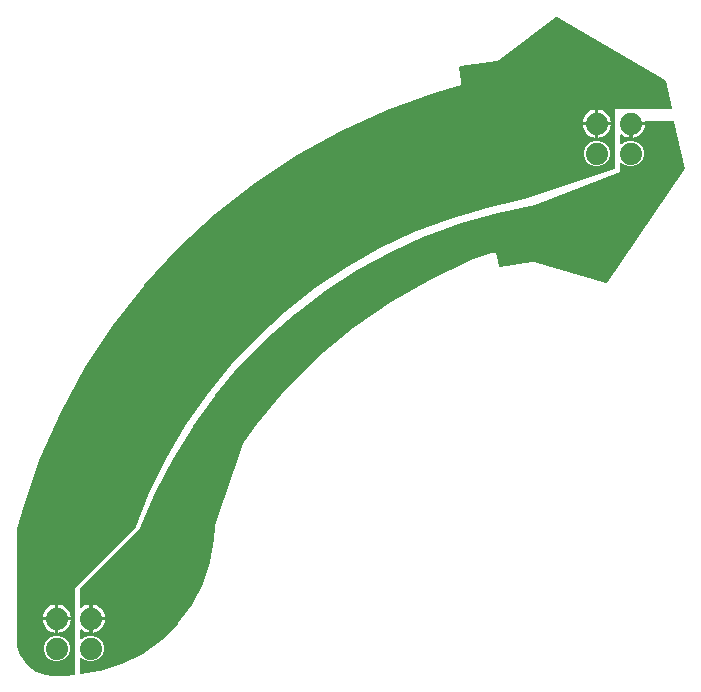
<source format=gbl>
G04 EAGLE Gerber X2 export*
G75*
%MOMM*%
%FSLAX34Y34*%
%LPD*%
%AMOC8*
5,1,8,0,0,1.08239X$1,22.5*%
G01*
%ADD10C,1.879600*%

G36*
X43185Y2543D02*
X43185Y2543D01*
X43203Y2541D01*
X50830Y2839D01*
X50835Y2840D01*
X50839Y2840D01*
X50955Y2865D01*
X51071Y2888D01*
X51075Y2891D01*
X51080Y2892D01*
X51182Y2953D01*
X51283Y3012D01*
X51287Y3015D01*
X51291Y3018D01*
X51368Y3108D01*
X51446Y3197D01*
X51448Y3201D01*
X51451Y3205D01*
X51495Y3315D01*
X51541Y3423D01*
X51541Y3428D01*
X51543Y3433D01*
X51561Y3600D01*
X51561Y75885D01*
X102138Y126462D01*
X102179Y126518D01*
X102227Y126568D01*
X102263Y126635D01*
X102282Y126661D01*
X102288Y126682D01*
X102306Y126716D01*
X114364Y156701D01*
X128616Y185675D01*
X144994Y213503D01*
X163405Y240030D01*
X183748Y265106D01*
X205907Y288592D01*
X229760Y310357D01*
X255172Y330278D01*
X282002Y348244D01*
X310099Y364156D01*
X339307Y377922D01*
X369463Y389468D01*
X400396Y398728D01*
X431963Y405656D01*
X431989Y405667D01*
X432041Y405678D01*
X508241Y431078D01*
X508259Y431088D01*
X508280Y431092D01*
X508368Y431145D01*
X508458Y431192D01*
X508473Y431207D01*
X508491Y431218D01*
X508558Y431296D01*
X508628Y431370D01*
X508637Y431389D01*
X508651Y431405D01*
X508689Y431500D01*
X508733Y431593D01*
X508735Y431614D01*
X508743Y431633D01*
X508761Y431800D01*
X508761Y481839D01*
X556252Y481839D01*
X556351Y481855D01*
X556450Y481865D01*
X556472Y481875D01*
X556495Y481879D01*
X556583Y481925D01*
X556674Y481966D01*
X556691Y481982D01*
X556713Y481994D01*
X556781Y482066D01*
X556854Y482134D01*
X556865Y482155D01*
X556882Y482172D01*
X556924Y482262D01*
X556971Y482350D01*
X556975Y482373D01*
X556986Y482395D01*
X556997Y482494D01*
X557014Y482592D01*
X557011Y482622D01*
X557013Y482639D01*
X557006Y482672D01*
X556997Y482759D01*
X552047Y505954D01*
X552009Y506053D01*
X551974Y506154D01*
X551964Y506167D01*
X551958Y506183D01*
X551890Y506265D01*
X551825Y506349D01*
X551808Y506362D01*
X551800Y506371D01*
X551774Y506387D01*
X551690Y506450D01*
X460342Y560472D01*
X460234Y560514D01*
X460126Y560559D01*
X460119Y560559D01*
X460113Y560562D01*
X459998Y560567D01*
X459881Y560575D01*
X459874Y560573D01*
X459867Y560573D01*
X459756Y560541D01*
X459643Y560512D01*
X459636Y560507D01*
X459631Y560506D01*
X459614Y560494D01*
X459499Y560427D01*
X410848Y524035D01*
X410830Y524015D01*
X410807Y524001D01*
X410693Y523879D01*
X410353Y523421D01*
X410138Y523389D01*
X410039Y523357D01*
X409938Y523331D01*
X409918Y523319D01*
X409904Y523314D01*
X409878Y523295D01*
X409793Y523246D01*
X409619Y523115D01*
X409055Y523196D01*
X409029Y523196D01*
X409003Y523202D01*
X408835Y523196D01*
X378067Y518638D01*
X377956Y518602D01*
X377845Y518569D01*
X377839Y518565D01*
X377832Y518563D01*
X377739Y518494D01*
X377644Y518427D01*
X377640Y518421D01*
X377634Y518417D01*
X377567Y518322D01*
X377499Y518228D01*
X377497Y518222D01*
X377493Y518216D01*
X377460Y518104D01*
X377425Y517994D01*
X377425Y517985D01*
X377423Y517980D01*
X377424Y517960D01*
X377419Y517826D01*
X378430Y504693D01*
X378436Y504666D01*
X378454Y504553D01*
X378647Y503836D01*
X378631Y503807D01*
X378623Y503788D01*
X378611Y503771D01*
X378585Y503688D01*
X378566Y503648D01*
X378565Y503632D01*
X378544Y503577D01*
X378543Y503556D01*
X378537Y503536D01*
X378531Y503369D01*
X378534Y503336D01*
X378050Y502771D01*
X378036Y502747D01*
X377968Y502655D01*
X377598Y502011D01*
X377566Y502002D01*
X377547Y501994D01*
X377527Y501991D01*
X377435Y501943D01*
X377342Y501901D01*
X377327Y501887D01*
X377308Y501877D01*
X377186Y501763D01*
X377164Y501737D01*
X376453Y501683D01*
X376437Y501679D01*
X376299Y501655D01*
X356104Y495768D01*
X356089Y495761D01*
X356061Y495754D01*
X315938Y481379D01*
X315919Y481368D01*
X315882Y481356D01*
X277046Y463799D01*
X277028Y463786D01*
X276991Y463771D01*
X239695Y443146D01*
X239677Y443132D01*
X239642Y443114D01*
X204126Y419555D01*
X204110Y419539D01*
X204077Y419519D01*
X170571Y393178D01*
X170556Y393161D01*
X170525Y393138D01*
X139248Y364186D01*
X139234Y364169D01*
X139205Y364143D01*
X110359Y332769D01*
X110346Y332750D01*
X110319Y332722D01*
X84091Y299128D01*
X84081Y299109D01*
X84067Y299095D01*
X84065Y299090D01*
X84055Y299078D01*
X60616Y263483D01*
X60607Y263462D01*
X60584Y263430D01*
X40085Y226064D01*
X40078Y226043D01*
X40058Y226009D01*
X22632Y187115D01*
X22626Y187093D01*
X22609Y187058D01*
X8369Y146888D01*
X8366Y146871D01*
X8355Y146844D01*
X2570Y126747D01*
X2568Y126725D01*
X2559Y126703D01*
X2541Y126537D01*
X2541Y32248D01*
X2544Y32227D01*
X2543Y32189D01*
X2899Y27661D01*
X2901Y27655D01*
X2900Y27649D01*
X2934Y27485D01*
X5733Y18872D01*
X5749Y18840D01*
X5758Y18805D01*
X5841Y18660D01*
X11164Y11333D01*
X11190Y11308D01*
X11209Y11277D01*
X11333Y11164D01*
X18660Y5841D01*
X18691Y5825D01*
X18719Y5802D01*
X18872Y5733D01*
X27485Y2934D01*
X27491Y2933D01*
X27496Y2931D01*
X27660Y2899D01*
X32189Y2543D01*
X32211Y2545D01*
X32248Y2541D01*
X43174Y2541D01*
X43185Y2543D01*
G37*
G36*
X57216Y3582D02*
X57216Y3582D01*
X57268Y3585D01*
X72582Y5995D01*
X72614Y6005D01*
X72698Y6022D01*
X91433Y12069D01*
X91462Y12084D01*
X91542Y12114D01*
X109110Y20999D01*
X109136Y21019D01*
X109211Y21061D01*
X125183Y32569D01*
X125207Y32592D01*
X125274Y32646D01*
X139263Y46497D01*
X139283Y46524D01*
X139341Y46587D01*
X151007Y62444D01*
X151022Y62474D01*
X151069Y62545D01*
X160128Y80024D01*
X160138Y80055D01*
X160174Y80133D01*
X166406Y98807D01*
X166411Y98840D01*
X166434Y98922D01*
X169687Y118338D01*
X169687Y118368D01*
X169697Y118427D01*
X170143Y127544D01*
X170131Y127651D01*
X170124Y127757D01*
X170117Y127776D01*
X170115Y127789D01*
X170102Y127817D01*
X170067Y127915D01*
X169975Y128105D01*
X170143Y128592D01*
X170150Y128630D01*
X170165Y128666D01*
X170185Y128833D01*
X170190Y129348D01*
X170386Y129540D01*
X170440Y129614D01*
X170501Y129683D01*
X170518Y129720D01*
X170531Y129738D01*
X170541Y129769D01*
X170573Y129835D01*
X194170Y198145D01*
X194189Y198250D01*
X194211Y198356D01*
X194210Y198375D01*
X194212Y198387D01*
X194208Y198417D01*
X194201Y198524D01*
X194167Y198721D01*
X194504Y199201D01*
X194514Y199222D01*
X194529Y199239D01*
X194601Y199390D01*
X194792Y199944D01*
X194973Y200032D01*
X195061Y200094D01*
X195151Y200153D01*
X195164Y200167D01*
X195174Y200174D01*
X195191Y200198D01*
X195262Y200279D01*
X205852Y215327D01*
X230670Y244765D01*
X257960Y271928D01*
X287513Y296609D01*
X319105Y318621D01*
X352496Y337796D01*
X387430Y353987D01*
X404514Y360160D01*
X404545Y360177D01*
X404578Y360187D01*
X404651Y360237D01*
X404729Y360280D01*
X404752Y360306D01*
X404781Y360325D01*
X404864Y360424D01*
X405660Y360583D01*
X405690Y360595D01*
X405769Y360613D01*
X406533Y360890D01*
X406559Y360875D01*
X406646Y360859D01*
X406732Y360835D01*
X406766Y360836D01*
X406801Y360830D01*
X406929Y360841D01*
X407604Y360391D01*
X407634Y360377D01*
X407703Y360335D01*
X408439Y359990D01*
X408446Y359962D01*
X408497Y359889D01*
X408540Y359811D01*
X408566Y359788D01*
X408585Y359759D01*
X408684Y359676D01*
X408843Y358880D01*
X408855Y358849D01*
X408874Y358771D01*
X409150Y358007D01*
X409135Y357981D01*
X409119Y357894D01*
X409095Y357808D01*
X409096Y357774D01*
X409090Y357739D01*
X409105Y357572D01*
X410804Y349073D01*
X410807Y349066D01*
X410807Y349059D01*
X410850Y348952D01*
X410891Y348843D01*
X410896Y348837D01*
X410899Y348830D01*
X410973Y348742D01*
X411046Y348653D01*
X411053Y348649D01*
X411058Y348643D01*
X411157Y348583D01*
X411255Y348521D01*
X411262Y348520D01*
X411268Y348516D01*
X411381Y348491D01*
X411494Y348464D01*
X411501Y348464D01*
X411509Y348463D01*
X411676Y348472D01*
X438462Y352936D01*
X438501Y352949D01*
X438542Y352954D01*
X438689Y353013D01*
X438695Y353015D01*
X438696Y353016D01*
X438698Y353017D01*
X439142Y353256D01*
X439415Y353174D01*
X439504Y353162D01*
X439592Y353143D01*
X439635Y353146D01*
X439659Y353142D01*
X439690Y353149D01*
X439759Y353152D01*
X440040Y353199D01*
X440451Y352906D01*
X440488Y352888D01*
X440520Y352862D01*
X440666Y352800D01*
X440672Y352797D01*
X440673Y352797D01*
X440675Y352796D01*
X501339Y334597D01*
X501365Y334593D01*
X501389Y334584D01*
X501487Y334578D01*
X501583Y334565D01*
X501609Y334570D01*
X501635Y334568D01*
X501729Y334594D01*
X501825Y334613D01*
X501847Y334626D01*
X501872Y334632D01*
X501954Y334687D01*
X502038Y334735D01*
X502055Y334754D01*
X502077Y334769D01*
X502186Y334896D01*
X567843Y430796D01*
X567886Y430888D01*
X567934Y430976D01*
X567938Y430998D01*
X567948Y431019D01*
X567959Y431119D01*
X567976Y431218D01*
X567973Y431246D01*
X567975Y431263D01*
X567969Y431295D01*
X567960Y431385D01*
X559436Y471329D01*
X559413Y471388D01*
X559399Y471450D01*
X559368Y471502D01*
X559346Y471558D01*
X559306Y471607D01*
X559273Y471661D01*
X559227Y471700D01*
X559189Y471747D01*
X559135Y471780D01*
X559086Y471821D01*
X559030Y471843D01*
X558979Y471875D01*
X558917Y471889D01*
X558858Y471913D01*
X558771Y471922D01*
X558739Y471930D01*
X558721Y471928D01*
X558692Y471931D01*
X535135Y471931D01*
X535057Y471918D01*
X534977Y471915D01*
X534936Y471899D01*
X534892Y471892D01*
X534822Y471854D01*
X534748Y471825D01*
X534714Y471797D01*
X534675Y471776D01*
X534620Y471719D01*
X534559Y471668D01*
X534536Y471630D01*
X534506Y471598D01*
X534472Y471526D01*
X534431Y471458D01*
X534422Y471423D01*
X523240Y471423D01*
X523220Y471420D01*
X523201Y471422D01*
X523099Y471400D01*
X522997Y471383D01*
X522980Y471374D01*
X522960Y471370D01*
X522871Y471317D01*
X522780Y471268D01*
X522766Y471254D01*
X522749Y471244D01*
X522682Y471165D01*
X522611Y471090D01*
X522602Y471072D01*
X522589Y471057D01*
X522551Y470961D01*
X522507Y470867D01*
X522505Y470847D01*
X522497Y470829D01*
X522479Y470662D01*
X522479Y469899D01*
X521716Y469899D01*
X521696Y469896D01*
X521677Y469898D01*
X521575Y469876D01*
X521473Y469859D01*
X521456Y469850D01*
X521436Y469846D01*
X521347Y469793D01*
X521256Y469744D01*
X521242Y469730D01*
X521225Y469720D01*
X521158Y469641D01*
X521087Y469566D01*
X521078Y469548D01*
X521065Y469533D01*
X521026Y469437D01*
X520983Y469343D01*
X520981Y469323D01*
X520973Y469305D01*
X520955Y469138D01*
X520955Y458054D01*
X519682Y458255D01*
X517895Y458836D01*
X516221Y459689D01*
X514797Y460723D01*
X514787Y460729D01*
X514778Y460737D01*
X514677Y460784D01*
X514578Y460834D01*
X514566Y460835D01*
X514555Y460840D01*
X514444Y460853D01*
X514334Y460868D01*
X514322Y460866D01*
X514311Y460868D01*
X514202Y460844D01*
X514092Y460824D01*
X514082Y460818D01*
X514070Y460815D01*
X513974Y460758D01*
X513877Y460704D01*
X513869Y460695D01*
X513859Y460689D01*
X513787Y460604D01*
X513712Y460522D01*
X513707Y460511D01*
X513699Y460502D01*
X513657Y460399D01*
X513613Y460297D01*
X513612Y460285D01*
X513607Y460274D01*
X513589Y460107D01*
X513589Y452896D01*
X513600Y452825D01*
X513602Y452753D01*
X513620Y452704D01*
X513629Y452653D01*
X513662Y452590D01*
X513687Y452522D01*
X513719Y452482D01*
X513744Y452436D01*
X513796Y452386D01*
X513840Y452330D01*
X513884Y452302D01*
X513922Y452266D01*
X513987Y452236D01*
X514047Y452197D01*
X514098Y452184D01*
X514145Y452163D01*
X514216Y452155D01*
X514286Y452137D01*
X514338Y452141D01*
X514389Y452135D01*
X514460Y452151D01*
X514531Y452156D01*
X514579Y452177D01*
X514630Y452188D01*
X514691Y452224D01*
X514757Y452253D01*
X514813Y452297D01*
X514841Y452314D01*
X514856Y452332D01*
X514888Y452357D01*
X516291Y453760D01*
X520305Y455423D01*
X524651Y455423D01*
X528665Y453760D01*
X531738Y450687D01*
X533401Y446673D01*
X533401Y442327D01*
X531738Y438313D01*
X528665Y435240D01*
X524651Y433577D01*
X520305Y433577D01*
X516291Y435240D01*
X514888Y436643D01*
X514830Y436684D01*
X514778Y436734D01*
X514731Y436756D01*
X514689Y436786D01*
X514620Y436807D01*
X514555Y436837D01*
X514503Y436843D01*
X514453Y436859D01*
X514382Y436857D01*
X514311Y436865D01*
X514260Y436854D01*
X514208Y436852D01*
X514140Y436828D01*
X514070Y436812D01*
X514026Y436786D01*
X513977Y436768D01*
X513921Y436723D01*
X513859Y436686D01*
X513825Y436647D01*
X513785Y436614D01*
X513746Y436554D01*
X513699Y436499D01*
X513680Y436451D01*
X513652Y436407D01*
X513634Y436338D01*
X513607Y436271D01*
X513599Y436200D01*
X513591Y436169D01*
X513593Y436145D01*
X513589Y436104D01*
X513589Y428512D01*
X441746Y400783D01*
X410185Y394415D01*
X410165Y394407D01*
X410129Y394401D01*
X379070Y385674D01*
X379051Y385665D01*
X379016Y385657D01*
X348695Y374633D01*
X348677Y374623D01*
X348642Y374612D01*
X319231Y361353D01*
X319213Y361341D01*
X319180Y361328D01*
X290841Y345908D01*
X290824Y345895D01*
X290792Y345879D01*
X263685Y328385D01*
X263669Y328370D01*
X263638Y328352D01*
X243685Y313249D01*
X237914Y308881D01*
X237899Y308866D01*
X237870Y308845D01*
X213673Y287506D01*
X213659Y287490D01*
X213631Y287467D01*
X191097Y264379D01*
X191084Y264362D01*
X191058Y264337D01*
X170312Y239630D01*
X170301Y239612D01*
X170277Y239585D01*
X151435Y213396D01*
X151426Y213377D01*
X151403Y213349D01*
X134571Y185826D01*
X134563Y185806D01*
X134543Y185776D01*
X119815Y157072D01*
X119808Y157052D01*
X119791Y157020D01*
X107306Y127433D01*
X56612Y76738D01*
X56559Y76664D01*
X56499Y76595D01*
X56487Y76565D01*
X56468Y76539D01*
X56441Y76452D01*
X56407Y76367D01*
X56403Y76326D01*
X56396Y76303D01*
X56397Y76271D01*
X56389Y76200D01*
X56389Y60593D01*
X56391Y60581D01*
X56389Y60569D01*
X56411Y60460D01*
X56429Y60350D01*
X56434Y60339D01*
X56436Y60328D01*
X56492Y60231D01*
X56544Y60133D01*
X56552Y60124D01*
X56558Y60114D01*
X56641Y60040D01*
X56722Y59963D01*
X56733Y59958D01*
X56742Y59950D01*
X56844Y59906D01*
X56945Y59860D01*
X56957Y59858D01*
X56968Y59854D01*
X57079Y59845D01*
X57189Y59832D01*
X57201Y59835D01*
X57213Y59834D01*
X57321Y59861D01*
X57430Y59885D01*
X57440Y59891D01*
X57452Y59894D01*
X57597Y59977D01*
X59021Y61011D01*
X60695Y61864D01*
X62482Y62445D01*
X63755Y62646D01*
X63755Y51562D01*
X63758Y51542D01*
X63756Y51523D01*
X63778Y51421D01*
X63795Y51319D01*
X63804Y51302D01*
X63808Y51282D01*
X63861Y51193D01*
X63910Y51102D01*
X63924Y51088D01*
X63934Y51071D01*
X64013Y51004D01*
X64088Y50933D01*
X64106Y50924D01*
X64121Y50911D01*
X64217Y50873D01*
X64311Y50829D01*
X64331Y50827D01*
X64349Y50819D01*
X64516Y50801D01*
X65279Y50801D01*
X65279Y50799D01*
X64516Y50799D01*
X64496Y50796D01*
X64477Y50798D01*
X64375Y50776D01*
X64273Y50759D01*
X64256Y50750D01*
X64236Y50746D01*
X64147Y50693D01*
X64056Y50644D01*
X64042Y50630D01*
X64025Y50620D01*
X63958Y50541D01*
X63887Y50466D01*
X63878Y50448D01*
X63865Y50433D01*
X63826Y50337D01*
X63783Y50243D01*
X63781Y50223D01*
X63773Y50205D01*
X63755Y50038D01*
X63755Y38954D01*
X62482Y39155D01*
X60695Y39736D01*
X59021Y40589D01*
X57597Y41623D01*
X57587Y41629D01*
X57578Y41637D01*
X57477Y41684D01*
X57378Y41734D01*
X57366Y41735D01*
X57355Y41740D01*
X57244Y41753D01*
X57134Y41768D01*
X57122Y41766D01*
X57111Y41768D01*
X57002Y41744D01*
X56892Y41724D01*
X56882Y41718D01*
X56870Y41715D01*
X56774Y41658D01*
X56677Y41604D01*
X56669Y41595D01*
X56659Y41589D01*
X56587Y41504D01*
X56512Y41422D01*
X56507Y41411D01*
X56499Y41402D01*
X56457Y41299D01*
X56413Y41197D01*
X56412Y41185D01*
X56407Y41174D01*
X56389Y41007D01*
X56389Y33796D01*
X56400Y33725D01*
X56402Y33653D01*
X56420Y33604D01*
X56429Y33553D01*
X56462Y33490D01*
X56487Y33422D01*
X56519Y33382D01*
X56544Y33336D01*
X56596Y33286D01*
X56640Y33230D01*
X56684Y33202D01*
X56722Y33166D01*
X56787Y33136D01*
X56847Y33097D01*
X56898Y33084D01*
X56945Y33063D01*
X57016Y33055D01*
X57086Y33037D01*
X57138Y33041D01*
X57189Y33035D01*
X57260Y33051D01*
X57331Y33056D01*
X57379Y33077D01*
X57430Y33088D01*
X57491Y33124D01*
X57557Y33153D01*
X57613Y33197D01*
X57641Y33214D01*
X57656Y33232D01*
X57688Y33257D01*
X59091Y34660D01*
X63105Y36323D01*
X67451Y36323D01*
X71465Y34660D01*
X74538Y31587D01*
X76201Y27573D01*
X76201Y23227D01*
X74538Y19213D01*
X71465Y16140D01*
X67451Y14477D01*
X63105Y14477D01*
X59091Y16140D01*
X57688Y17543D01*
X57630Y17584D01*
X57578Y17634D01*
X57531Y17656D01*
X57489Y17686D01*
X57420Y17707D01*
X57355Y17737D01*
X57303Y17743D01*
X57253Y17759D01*
X57182Y17757D01*
X57111Y17765D01*
X57060Y17754D01*
X57008Y17752D01*
X56940Y17728D01*
X56870Y17712D01*
X56826Y17686D01*
X56777Y17668D01*
X56721Y17623D01*
X56659Y17586D01*
X56625Y17547D01*
X56585Y17514D01*
X56546Y17454D01*
X56499Y17399D01*
X56480Y17351D01*
X56452Y17307D01*
X56434Y17238D01*
X56407Y17171D01*
X56399Y17100D01*
X56391Y17069D01*
X56393Y17045D01*
X56389Y17004D01*
X56389Y4337D01*
X56402Y4259D01*
X56405Y4180D01*
X56421Y4138D01*
X56429Y4094D01*
X56466Y4024D01*
X56494Y3950D01*
X56523Y3916D01*
X56544Y3877D01*
X56601Y3822D01*
X56652Y3761D01*
X56690Y3738D01*
X56722Y3707D01*
X56794Y3674D01*
X56861Y3632D01*
X56905Y3622D01*
X56945Y3604D01*
X57024Y3595D01*
X57101Y3577D01*
X57160Y3580D01*
X57189Y3576D01*
X57216Y3582D01*
G37*
%LPC*%
G36*
X491349Y433577D02*
X491349Y433577D01*
X487335Y435240D01*
X484262Y438313D01*
X482599Y442327D01*
X482599Y446673D01*
X484262Y450687D01*
X487335Y453760D01*
X491349Y455423D01*
X495695Y455423D01*
X499709Y453760D01*
X502782Y450687D01*
X504445Y446673D01*
X504445Y442327D01*
X502782Y438313D01*
X499709Y435240D01*
X495695Y433577D01*
X491349Y433577D01*
G37*
%LPD*%
%LPC*%
G36*
X34149Y14477D02*
X34149Y14477D01*
X30135Y16140D01*
X27062Y19213D01*
X25399Y23227D01*
X25399Y27573D01*
X27062Y31587D01*
X30135Y34660D01*
X34149Y36323D01*
X38495Y36323D01*
X42509Y34660D01*
X45582Y31587D01*
X47245Y27573D01*
X47245Y23227D01*
X45582Y19213D01*
X42509Y16140D01*
X38495Y14477D01*
X34149Y14477D01*
G37*
%LPD*%
%LPC*%
G36*
X66801Y52323D02*
X66801Y52323D01*
X66801Y62646D01*
X68074Y62445D01*
X69861Y61864D01*
X71535Y61011D01*
X73056Y59906D01*
X74384Y58578D01*
X75489Y57057D01*
X76342Y55383D01*
X76923Y53596D01*
X77124Y52323D01*
X66801Y52323D01*
G37*
%LPD*%
%LPC*%
G36*
X37845Y52323D02*
X37845Y52323D01*
X37845Y62646D01*
X39118Y62445D01*
X40905Y61864D01*
X42579Y61011D01*
X44100Y59906D01*
X45428Y58578D01*
X46533Y57057D01*
X47386Y55383D01*
X47967Y53596D01*
X48168Y52323D01*
X37845Y52323D01*
G37*
%LPD*%
%LPC*%
G36*
X495045Y471423D02*
X495045Y471423D01*
X495045Y481746D01*
X496318Y481545D01*
X498105Y480964D01*
X499779Y480111D01*
X501300Y479006D01*
X502628Y477678D01*
X503733Y476157D01*
X504586Y474483D01*
X505167Y472696D01*
X505368Y471423D01*
X495045Y471423D01*
G37*
%LPD*%
%LPC*%
G36*
X495045Y468377D02*
X495045Y468377D01*
X505368Y468377D01*
X505167Y467104D01*
X504586Y465317D01*
X503733Y463643D01*
X502628Y462122D01*
X501300Y460794D01*
X499779Y459689D01*
X498105Y458836D01*
X496318Y458255D01*
X495045Y458054D01*
X495045Y468377D01*
G37*
%LPD*%
%LPC*%
G36*
X524001Y468377D02*
X524001Y468377D01*
X534324Y468377D01*
X534123Y467104D01*
X533542Y465317D01*
X532689Y463643D01*
X531584Y462122D01*
X530256Y460794D01*
X528735Y459689D01*
X527061Y458836D01*
X525274Y458255D01*
X524001Y458054D01*
X524001Y468377D01*
G37*
%LPD*%
%LPC*%
G36*
X481676Y471423D02*
X481676Y471423D01*
X481877Y472696D01*
X482458Y474483D01*
X483311Y476157D01*
X484416Y477678D01*
X485744Y479006D01*
X487265Y480111D01*
X488939Y480964D01*
X490726Y481545D01*
X491999Y481746D01*
X491999Y471423D01*
X481676Y471423D01*
G37*
%LPD*%
%LPC*%
G36*
X24476Y52323D02*
X24476Y52323D01*
X24677Y53596D01*
X25258Y55383D01*
X26111Y57057D01*
X27216Y58578D01*
X28544Y59906D01*
X30065Y61011D01*
X31739Y61864D01*
X33526Y62445D01*
X34799Y62646D01*
X34799Y52323D01*
X24476Y52323D01*
G37*
%LPD*%
%LPC*%
G36*
X66801Y49277D02*
X66801Y49277D01*
X77124Y49277D01*
X76923Y48004D01*
X76342Y46217D01*
X75489Y44543D01*
X74384Y43022D01*
X73056Y41694D01*
X71535Y40589D01*
X69861Y39736D01*
X68074Y39155D01*
X66801Y38954D01*
X66801Y49277D01*
G37*
%LPD*%
%LPC*%
G36*
X37845Y49277D02*
X37845Y49277D01*
X48168Y49277D01*
X47967Y48004D01*
X47386Y46217D01*
X46533Y44543D01*
X45428Y43022D01*
X44100Y41694D01*
X42579Y40589D01*
X40905Y39736D01*
X39118Y39155D01*
X37845Y38954D01*
X37845Y49277D01*
G37*
%LPD*%
%LPC*%
G36*
X490726Y458255D02*
X490726Y458255D01*
X488939Y458836D01*
X487265Y459689D01*
X485744Y460794D01*
X484416Y462122D01*
X483311Y463643D01*
X482458Y465317D01*
X481877Y467104D01*
X481676Y468377D01*
X491999Y468377D01*
X491999Y458054D01*
X490726Y458255D01*
G37*
%LPD*%
%LPC*%
G36*
X33526Y39155D02*
X33526Y39155D01*
X31739Y39736D01*
X30065Y40589D01*
X28544Y41694D01*
X27216Y43022D01*
X26111Y44543D01*
X25258Y46217D01*
X24677Y48004D01*
X24476Y49277D01*
X34799Y49277D01*
X34799Y38954D01*
X33526Y39155D01*
G37*
%LPD*%
%LPC*%
G36*
X493521Y469899D02*
X493521Y469899D01*
X493521Y469901D01*
X493523Y469901D01*
X493523Y469899D01*
X493521Y469899D01*
G37*
%LPD*%
%LPC*%
G36*
X36321Y50799D02*
X36321Y50799D01*
X36321Y50801D01*
X36323Y50801D01*
X36323Y50799D01*
X36321Y50799D01*
G37*
%LPD*%
D10*
X493522Y444500D03*
X522478Y444500D03*
X493522Y469900D03*
X522478Y469900D03*
X36322Y25400D03*
X65278Y25400D03*
X36322Y50800D03*
X65278Y50800D03*
M02*

</source>
